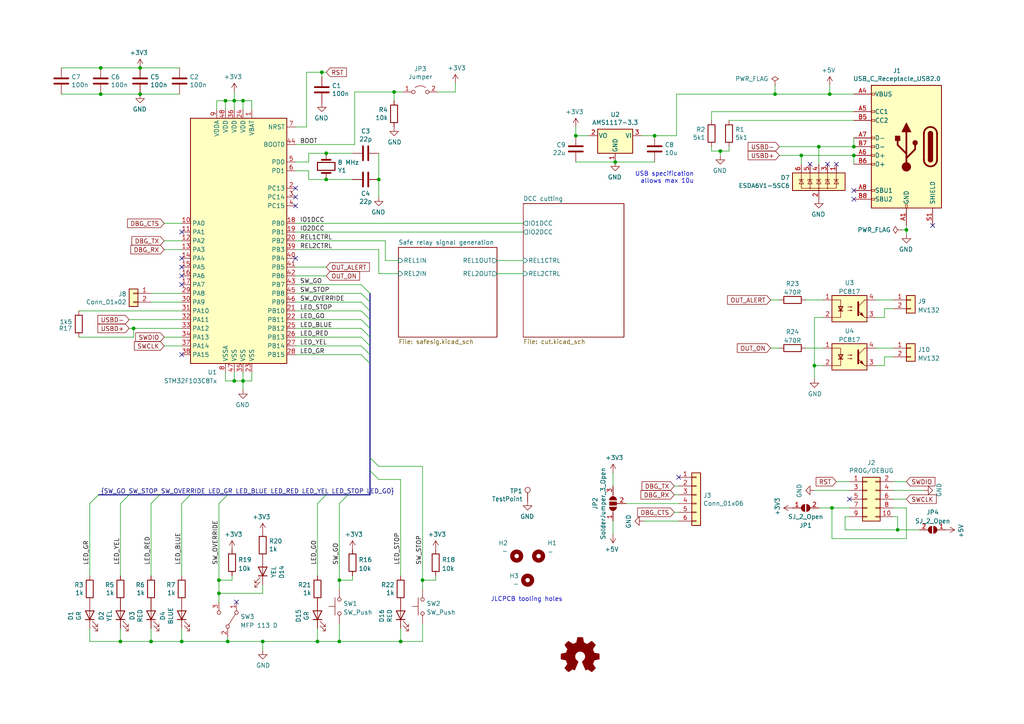
<source format=kicad_sch>
(kicad_sch (version 20211123) (generator eeschema)
  (paper "A4")
  (title_block (title "DCC cutter DC-01 - overall schematics") (date "2023-01-22") (rev "1.0") (company "Model Railroader Club Brno I – KMŽ Brno I – https://kmz-brno.cz/") (comment 1 "Jan Horáček") (comment 2 "https://github.com/kmzbrnoI/dc01") (comment 3 "https://creativecommons.org/licenses/by-sa/4.0/") (comment 4 "Released under the Creative Commons Attribution-ShareAlike 4.0 License"))
  (junction (at 116.205 186.055))
  (junction (at 70.485 29.21))
  (junction (at 40.64 27.305))
  (junction (at 76.2 186.055))
  (junction (at 237.49 42.545))
  (junction (at 94.615 52.07))
  (junction (at 232.41 45.085))
  (junction (at 52.705 186.055))
  (junction (at 34.925 186.055))
  (junction (at 224.79 27.305))
  (junction (at 40.64 19.685))
  (junction (at 67.945 29.21))
  (junction (at 236.22 106.045))
  (junction (at 167.005 39.37))
  (junction (at 43.815 186.055))
  (junction (at 92.075 186.055))
  (junction (at 178.435 46.99))
  (junction (at 98.425 186.055))
  (junction (at 114.3 26.67))
  (junction (at 63.5 168.275))
  (junction (at 29.21 27.305))
  (junction (at 260.35 153.67))
  (junction (at 65.405 29.21))
  (junction (at 63.5 172.085))
  (junction (at 66.04 186.055))
  (junction (at 241.3 147.32))
  (junction (at 262.89 66.675))
  (junction (at 247.65 42.545))
  (junction (at 109.855 52.07))
  (junction (at 98.425 168.275))
  (junction (at 93.345 20.955))
  (junction (at 208.915 43.815))
  (junction (at 240.665 27.305))
  (junction (at 94.615 44.45))
  (junction (at 29.21 19.685))
  (junction (at 247.65 45.085))
  (junction (at 38.735 95.25))
  (junction (at 70.485 110.49))
  (junction (at 122.555 168.275))
  (junction (at 189.865 39.37))
  (junction (at 67.945 110.49))
  (no_connect (at 85.725 59.69))
  (no_connect (at 52.705 67.31))
  (no_connect (at 85.725 54.61))
  (no_connect (at 242.57 47.625))
  (no_connect (at 85.725 57.15))
  (no_connect (at 52.705 102.87))
  (no_connect (at 247.65 57.785))
  (no_connect (at 52.705 74.93))
  (no_connect (at 240.03 47.625))
  (no_connect (at 52.705 77.47))
  (no_connect (at 234.95 47.625))
  (no_connect (at 246.38 144.78))
  (no_connect (at 270.51 65.405))
  (no_connect (at 247.65 55.245))
  (no_connect (at 68.58 174.625))
  (no_connect (at 52.705 82.55))
  (no_connect (at 85.725 74.93))
  (no_connect (at 196.85 138.43))
  (no_connect (at 52.705 80.01))
  (bus_entry (at 104.775 100.33) (size 2.54 2.54))
  (bus_entry (at 98.425 146.05) (size 2.54 -2.54))
  (bus_entry (at 92.075 146.05) (size 2.54 -2.54))
  (bus_entry (at 109.855 135.255) (size -2.54 -2.54))
  (bus_entry (at 109.855 139.065) (size -2.54 -2.54))
  (bus_entry (at 52.705 146.05) (size 2.54 -2.54))
  (bus_entry (at 43.815 146.05) (size 2.54 -2.54))
  (bus_entry (at 34.925 146.05) (size 2.54 -2.54))
  (bus_entry (at 104.775 102.87) (size 2.54 2.54))
  (bus_entry (at 104.775 82.55) (size 2.54 2.54))
  (bus_entry (at 107.315 92.71) (size -2.54 -2.54))
  (bus_entry (at 28.575 143.51) (size -2.54 2.54))
  (bus_entry (at 107.315 95.25) (size -2.54 -2.54))
  (bus_entry (at 104.775 85.09) (size 2.54 2.54))
  (bus_entry (at 63.5 146.05) (size 2.54 -2.54))
  (bus_entry (at 107.315 97.79) (size -2.54 -2.54))
  (bus_entry (at 104.775 87.63) (size 2.54 2.54))
  (bus_entry (at 104.775 97.79) (size 2.54 2.54))
  (wire (pts (xy 88.9 36.83) (xy 88.9 20.955)))
  (wire (pts (xy 65.405 29.21) (xy 65.405 31.75)))
  (wire (pts (xy 85.725 41.91) (xy 102.87 41.91)))
  (wire (pts (xy 245.11 153.67) (xy 245.11 149.86)))
  (wire (pts (xy 22.86 97.79) (xy 38.735 97.79)))
  (wire (pts (xy 17.78 27.305) (xy 29.21 27.305)))
  (wire (pts (xy 167.005 46.99) (xy 178.435 46.99)))
  (wire (pts (xy 92.075 186.055) (xy 98.425 186.055)))
  (wire (pts (xy 122.555 168.275) (xy 126.365 168.275)))
  (wire (pts (xy 226.06 42.545) (xy 237.49 42.545)))
  (wire (pts (xy 94.615 20.955) (xy 93.345 20.955)))
  (wire (pts (xy 34.925 182.245) (xy 34.925 186.055)))
  (wire (pts (xy 206.375 34.925) (xy 206.375 32.385)))
  (wire (pts (xy 67.945 29.21) (xy 65.405 29.21)))
  (wire (pts (xy 132.08 26.67) (xy 132.08 24.13)))
  (wire (pts (xy 122.555 180.975) (xy 122.555 186.055)))
  (wire (pts (xy 85.725 85.09) (xy 104.775 85.09)))
  (wire (pts (xy 43.815 146.05) (xy 43.815 167.005)))
  (wire (pts (xy 70.485 29.21) (xy 67.945 29.21)))
  (bus (pts (xy 107.315 102.87) (xy 107.315 105.41)))
  (wire (pts (xy 260.35 153.67) (xy 266.7 153.67)))
  (wire (pts (xy 261.62 66.675) (xy 262.89 66.675)))
  (wire (pts (xy 62.865 29.21) (xy 62.865 31.75)))
  (wire (pts (xy 94.615 52.07) (xy 89.535 52.07)))
  (wire (pts (xy 259.08 147.32) (xy 262.89 147.32)))
  (wire (pts (xy 208.915 43.815) (xy 206.375 43.815)))
  (wire (pts (xy 52.705 182.245) (xy 52.705 186.055)))
  (wire (pts (xy 122.555 168.275) (xy 122.555 170.815)))
  (bus (pts (xy 28.575 143.51) (xy 37.465 143.51)))
  (wire (pts (xy 63.5 172.085) (xy 76.2 172.085)))
  (wire (pts (xy 66.04 186.055) (xy 76.2 186.055)))
  (wire (pts (xy 98.425 168.275) (xy 98.425 170.815)))
  (bus (pts (xy 107.315 136.525) (xy 107.315 143.51)))
  (wire (pts (xy 186.055 39.37) (xy 189.865 39.37)))
  (wire (pts (xy 236.22 92.075) (xy 238.76 92.075)))
  (wire (pts (xy 226.06 45.085) (xy 232.41 45.085)))
  (wire (pts (xy 85.725 100.33) (xy 104.775 100.33)))
  (wire (pts (xy 246.38 139.7) (xy 242.57 139.7)))
  (wire (pts (xy 52.705 92.71) (xy 37.465 92.71)))
  (wire (pts (xy 240.665 27.305) (xy 247.65 27.305)))
  (wire (pts (xy 85.725 102.87) (xy 104.775 102.87)))
  (wire (pts (xy 73.025 29.21) (xy 70.485 29.21)))
  (wire (pts (xy 52.07 19.685) (xy 40.64 19.685)))
  (wire (pts (xy 256.54 89.535) (xy 259.08 89.535)))
  (wire (pts (xy 26.035 146.05) (xy 26.035 167.005)))
  (wire (pts (xy 237.49 42.545) (xy 237.49 47.625)))
  (bus (pts (xy 107.315 132.715) (xy 107.315 136.525)))
  (wire (pts (xy 254 100.965) (xy 259.08 100.965)))
  (wire (pts (xy 109.855 139.065) (xy 116.205 139.065)))
  (wire (pts (xy 76.2 186.055) (xy 76.2 188.595)))
  (wire (pts (xy 241.3 147.32) (xy 246.38 147.32)))
  (wire (pts (xy 89.535 52.07) (xy 89.535 49.53)))
  (wire (pts (xy 109.855 72.39) (xy 109.855 79.375)))
  (wire (pts (xy 196.85 140.97) (xy 195.58 140.97)))
  (bus (pts (xy 66.04 143.51) (xy 94.615 143.51)))
  (wire (pts (xy 85.725 72.39) (xy 109.855 72.39)))
  (wire (pts (xy 92.075 146.05) (xy 92.075 167.005)))
  (wire (pts (xy 85.725 64.77) (xy 151.765 64.77)))
  (wire (pts (xy 196.85 143.51) (xy 195.58 143.51)))
  (wire (pts (xy 233.68 100.965) (xy 238.76 100.965)))
  (wire (pts (xy 102.87 41.91) (xy 102.87 26.67)))
  (wire (pts (xy 126.365 167.005) (xy 126.365 168.275)))
  (wire (pts (xy 233.68 86.995) (xy 238.76 86.995)))
  (wire (pts (xy 70.485 110.49) (xy 67.945 110.49)))
  (wire (pts (xy 122.555 135.255) (xy 122.555 168.275)))
  (bus (pts (xy 100.965 143.51) (xy 107.315 143.51)))
  (wire (pts (xy 236.22 106.045) (xy 238.76 106.045)))
  (wire (pts (xy 76.2 169.545) (xy 76.2 172.085)))
  (wire (pts (xy 52.705 146.05) (xy 52.705 167.005)))
  (wire (pts (xy 181.61 146.05) (xy 196.85 146.05)))
  (bus (pts (xy 107.315 100.33) (xy 107.315 102.87)))
  (wire (pts (xy 240.665 27.305) (xy 240.665 24.765)))
  (wire (pts (xy 144.145 75.565) (xy 151.765 75.565)))
  (bus (pts (xy 107.315 97.79) (xy 107.315 95.25)))
  (wire (pts (xy 85.725 36.83) (xy 88.9 36.83)))
  (wire (pts (xy 236.22 106.045) (xy 236.22 92.075)))
  (wire (pts (xy 98.425 146.05) (xy 98.425 168.275)))
  (wire (pts (xy 241.3 147.32) (xy 237.49 147.32)))
  (wire (pts (xy 177.8 140.97) (xy 177.8 137.16)))
  (wire (pts (xy 170.815 39.37) (xy 167.005 39.37)))
  (wire (pts (xy 43.815 186.055) (xy 52.705 186.055)))
  (bus (pts (xy 107.315 92.71) (xy 107.315 95.25)))
  (wire (pts (xy 247.65 40.005) (xy 247.65 42.545)))
  (wire (pts (xy 223.52 100.965) (xy 226.06 100.965)))
  (wire (pts (xy 245.11 149.86) (xy 246.38 149.86)))
  (wire (pts (xy 111.76 75.565) (xy 111.76 69.85)))
  (wire (pts (xy 196.215 27.305) (xy 196.215 39.37)))
  (wire (pts (xy 85.725 97.79) (xy 104.775 97.79)))
  (wire (pts (xy 114.3 26.67) (xy 116.84 26.67)))
  (bus (pts (xy 107.315 87.63) (xy 107.315 90.17)))
  (wire (pts (xy 259.08 149.86) (xy 260.35 149.86)))
  (bus (pts (xy 107.315 90.17) (xy 107.315 92.71)))
  (wire (pts (xy 66.04 184.785) (xy 66.04 186.055)))
  (wire (pts (xy 89.535 49.53) (xy 85.725 49.53)))
  (wire (pts (xy 102.235 44.45) (xy 94.615 44.45)))
  (wire (pts (xy 85.725 82.55) (xy 104.775 82.55)))
  (wire (pts (xy 67.945 29.21) (xy 67.945 31.75)))
  (bus (pts (xy 37.465 143.51) (xy 46.355 143.51)))
  (wire (pts (xy 26.035 182.245) (xy 26.035 186.055)))
  (bus (pts (xy 94.615 143.51) (xy 100.965 143.51)))
  (wire (pts (xy 52.705 87.63) (xy 43.815 87.63)))
  (wire (pts (xy 109.855 44.45) (xy 109.855 52.07)))
  (wire (pts (xy 63.5 168.275) (xy 63.5 172.085)))
  (wire (pts (xy 70.485 113.03) (xy 70.485 110.49)))
  (wire (pts (xy 109.855 135.255) (xy 122.555 135.255)))
  (wire (pts (xy 259.08 144.78) (xy 262.89 144.78)))
  (wire (pts (xy 52.705 97.79) (xy 47.625 97.79)))
  (wire (pts (xy 144.145 79.375) (xy 151.765 79.375)))
  (wire (pts (xy 256.54 103.505) (xy 259.08 103.505)))
  (wire (pts (xy 37.465 95.25) (xy 38.735 95.25)))
  (wire (pts (xy 85.725 87.63) (xy 104.775 87.63)))
  (wire (pts (xy 67.31 167.005) (xy 67.31 168.275)))
  (wire (pts (xy 256.54 106.045) (xy 256.54 103.505)))
  (wire (pts (xy 34.925 186.055) (xy 43.815 186.055)))
  (wire (pts (xy 196.215 39.37) (xy 189.865 39.37)))
  (wire (pts (xy 189.865 46.99) (xy 178.435 46.99)))
  (wire (pts (xy 29.21 27.305) (xy 40.64 27.305)))
  (wire (pts (xy 245.11 153.67) (xy 260.35 153.67)))
  (wire (pts (xy 98.425 180.975) (xy 98.425 186.055)))
  (wire (pts (xy 52.705 72.39) (xy 47.625 72.39)))
  (wire (pts (xy 206.375 32.385) (xy 247.65 32.385)))
  (wire (pts (xy 195.58 148.59) (xy 196.85 148.59)))
  (wire (pts (xy 70.485 107.95) (xy 70.485 110.49)))
  (wire (pts (xy 85.725 92.71) (xy 104.775 92.71)))
  (wire (pts (xy 70.485 31.75) (xy 70.485 29.21)))
  (wire (pts (xy 186.69 151.13) (xy 196.85 151.13)))
  (wire (pts (xy 208.915 43.815) (xy 211.455 43.815)))
  (wire (pts (xy 262.89 65.405) (xy 262.89 66.675)))
  (wire (pts (xy 236.22 142.24) (xy 246.38 142.24)))
  (wire (pts (xy 40.64 19.685) (xy 29.21 19.685)))
  (wire (pts (xy 52.705 186.055) (xy 66.04 186.055)))
  (wire (pts (xy 34.925 186.055) (xy 26.035 186.055)))
  (wire (pts (xy 65.405 29.21) (xy 62.865 29.21)))
  (wire (pts (xy 29.21 19.685) (xy 17.78 19.685)))
  (wire (pts (xy 259.08 139.7) (xy 262.89 139.7)))
  (wire (pts (xy 236.22 109.855) (xy 236.22 106.045)))
  (wire (pts (xy 67.945 110.49) (xy 65.405 110.49)))
  (wire (pts (xy 52.07 27.305) (xy 40.64 27.305)))
  (wire (pts (xy 206.375 43.815) (xy 206.375 42.545)))
  (wire (pts (xy 94.615 44.45) (xy 89.535 44.45)))
  (bus (pts (xy 107.315 105.41) (xy 107.315 132.715)))
  (wire (pts (xy 177.8 154.94) (xy 177.8 151.13)))
  (wire (pts (xy 109.855 79.375) (xy 115.57 79.375)))
  (wire (pts (xy 98.425 168.275) (xy 102.235 168.275)))
  (wire (pts (xy 241.3 156.21) (xy 241.3 147.32)))
  (wire (pts (xy 85.725 90.17) (xy 104.775 90.17)))
  (wire (pts (xy 127 26.67) (xy 132.08 26.67)))
  (bus (pts (xy 107.315 97.79) (xy 107.315 100.33)))
  (wire (pts (xy 67.945 107.95) (xy 67.945 110.49)))
  (wire (pts (xy 116.205 139.065) (xy 116.205 167.005)))
  (wire (pts (xy 34.925 146.05) (xy 34.925 167.005)))
  (wire (pts (xy 247.65 42.545) (xy 237.49 42.545)))
  (wire (pts (xy 232.41 45.085) (xy 232.41 47.625)))
  (wire (pts (xy 52.705 64.77) (xy 47.625 64.77)))
  (bus (pts (xy 46.355 143.51) (xy 55.245 143.51)))
  (wire (pts (xy 85.725 80.01) (xy 94.615 80.01)))
  (wire (pts (xy 92.075 182.245) (xy 92.075 186.055)))
  (wire (pts (xy 63.5 146.05) (xy 63.5 168.275)))
  (wire (pts (xy 254 92.075) (xy 256.54 92.075)))
  (wire (pts (xy 267.97 142.24) (xy 259.08 142.24)))
  (wire (pts (xy 116.205 186.055) (xy 122.555 186.055)))
  (wire (pts (xy 52.705 100.33) (xy 47.625 100.33)))
  (wire (pts (xy 111.76 69.85) (xy 85.725 69.85)))
  (wire (pts (xy 89.535 46.99) (xy 89.535 44.45)))
  (wire (pts (xy 85.725 77.47) (xy 94.615 77.47)))
  (wire (pts (xy 85.725 67.31) (xy 151.765 67.31)))
  (bus (pts (xy 107.315 85.09) (xy 107.315 87.63)))
  (wire (pts (xy 208.915 45.085) (xy 208.915 43.815)))
  (wire (pts (xy 109.855 57.15) (xy 109.855 52.07)))
  (wire (pts (xy 52.705 69.85) (xy 47.625 69.85)))
  (wire (pts (xy 254 86.995) (xy 259.08 86.995)))
  (wire (pts (xy 65.405 110.49) (xy 65.405 107.95)))
  (wire (pts (xy 256.54 92.075) (xy 256.54 89.535)))
  (wire (pts (xy 262.89 66.675) (xy 262.89 67.945)))
  (wire (pts (xy 67.945 26.67) (xy 67.945 29.21)))
  (wire (pts (xy 223.52 86.995) (xy 226.06 86.995)))
  (wire (pts (xy 224.79 24.765) (xy 224.79 27.305)))
  (wire (pts (xy 38.735 97.79) (xy 38.735 95.25)))
  (wire (pts (xy 254 106.045) (xy 256.54 106.045)))
  (wire (pts (xy 247.65 45.085) (xy 247.65 47.625)))
  (wire (pts (xy 224.79 27.305) (xy 240.665 27.305)))
  (wire (pts (xy 73.025 110.49) (xy 70.485 110.49)))
  (wire (pts (xy 102.87 26.67) (xy 114.3 26.67)))
  (wire (pts (xy 88.9 20.955) (xy 93.345 20.955)))
  (wire (pts (xy 85.725 46.99) (xy 89.535 46.99)))
  (wire (pts (xy 73.025 107.95) (xy 73.025 110.49)))
  (wire (pts (xy 102.235 52.07) (xy 94.615 52.07)))
  (wire (pts (xy 38.735 95.25) (xy 52.705 95.25)))
  (wire (pts (xy 22.86 90.17) (xy 52.705 90.17)))
  (wire (pts (xy 98.425 186.055) (xy 116.205 186.055)))
  (wire (pts (xy 63.5 172.085) (xy 63.5 174.625)))
  (wire (pts (xy 52.705 85.09) (xy 43.815 85.09)))
  (wire (pts (xy 196.215 27.305) (xy 224.79 27.305)))
  (wire (pts (xy 93.345 22.225) (xy 93.345 20.955)))
  (wire (pts (xy 114.3 29.21) (xy 114.3 26.67)))
  (wire (pts (xy 115.57 75.565) (xy 111.76 75.565)))
  (wire (pts (xy 232.41 45.085) (xy 247.65 45.085)))
  (wire (pts (xy 167.005 36.83) (xy 167.005 39.37)))
  (wire (pts (xy 260.35 149.86) (xy 260.35 153.67)))
  (wire (pts (xy 85.725 95.25) (xy 104.775 95.25)))
  (wire (pts (xy 43.815 182.245) (xy 43.815 186.055)))
  (wire (pts (xy 116.205 182.245) (xy 116.205 186.055)))
  (wire (pts (xy 262.89 147.32) (xy 262.89 156.21)))
  (wire (pts (xy 211.455 34.925) (xy 247.65 34.925)))
  (wire (pts (xy 73.025 31.75) (xy 73.025 29.21)))
  (wire (pts (xy 262.89 156.21) (xy 241.3 156.21)))
  (bus (pts (xy 55.245 143.51) (xy 66.04 143.51)))
  (wire (pts (xy 211.455 43.815) (xy 211.455 42.545)))
  (wire (pts (xy 63.5 168.275) (xy 67.31 168.275)))
  (wire (pts (xy 76.2 186.055) (xy 92.075 186.055)))
  (wire (pts (xy 102.235 167.005) (xy 102.235 168.275)))
  (text "JLCPCB tooling holes" (at 163.195 174.625 180) (effects (font (size 1.27 1.27)) (justify right bottom)))
  (text "USB specification\nallows max 10u" (at 201.295 53.34 180) (effects (font (size 1.27 1.27)) (justify right bottom)))
  (label "IO1DCC" (at 86.995 64.77 0))
  (label "REL1CTRL" (at 86.995 69.85 0))
  (label "SW_OVERRIDE" (at 86.995 87.63 0))
  (label "SW_STOP" (at 122.555 163.83 90))
  (label "LED_YEL" (at 86.995 100.33 0))
  (label "SW_GO" (at 86.995 82.55 0))
  (label "LED_RED" (at 86.995 97.79 0))
  (label "REL2CTRL" (at 86.995 72.39 0))
  (label "LED_BLUE" (at 86.995 95.25 0))
  (label "LED_GO" (at 92.075 163.83 90))
  (label "SW_OVERRIDE" (at 63.5 163.83 90))
  (label "LED_YEL" (at 34.925 163.83 90))
  (label "LED_STOP" (at 86.995 90.17 0))
  (label "LED_GR" (at 86.995 102.87 0))
  (label "LED_GR" (at 26.035 163.83 90))
  (label "LED_BLUE" (at 52.705 163.83 90))
  (label "{SW_GO SW_STOP SW_OVERRIDE LED_GR LED_BLUE LED_RED LED_YEL LED_STOP LED_GO}" (at 29.21 143.51 0))
  (label "LED_STOP" (at 116.205 163.83 90))
  (label "LED_RED" (at 43.815 163.83 90))
  (label "SW_STOP" (at 86.995 85.09 0))
  (label "BOOT" (at 86.995 41.91 0))
  (label "IO2DCC" (at 86.995 67.31 0))
  (label "LED_GO" (at 86.995 92.71 0))
  (label "SW_GO" (at 98.425 163.83 90))
  (global_label "OUT_ALERT" (shape input) (at 94.615 77.47 0) (property "Intersheet References" "${INTERSHEET_REFS}" (effects hide)))
  (global_label "SWDIO" (shape input) (at 47.625 97.79 180) (property "Intersheet References" "${INTERSHEET_REFS}" (effects hide)))
  (global_label "RST" (shape input) (at 94.615 20.955 0) (property "Intersheet References" "${INTERSHEET_REFS}" (effects hide)))
  (global_label "DBG_RX" (shape input) (at 47.625 72.39 180) (property "Intersheet References" "${INTERSHEET_REFS}" (effects hide)))
  (global_label "USBD-" (shape input) (at 226.06 42.545 180) (property "Intersheet References" "${INTERSHEET_REFS}" (effects hide)))
  (global_label "DBG_TX" (shape input) (at 47.625 69.85 180) (property "Intersheet References" "${INTERSHEET_REFS}" (effects hide)))
  (global_label "SWDIO" (shape input) (at 262.89 139.7 0) (property "Intersheet References" "${INTERSHEET_REFS}" (effects hide)))
  (global_label "OUT_ON" (shape input) (at 94.615 80.01 0) (property "Intersheet References" "${INTERSHEET_REFS}" (effects hide)))
  (global_label "USBD-" (shape input) (at 37.465 92.71 180) (property "Intersheet References" "${INTERSHEET_REFS}" (effects hide)))
  (global_label "OUT_ALERT" (shape input) (at 223.52 86.995 180) (property "Intersheet References" "${INTERSHEET_REFS}" (effects hide)))
  (global_label "RST" (shape input) (at 242.57 139.7 180) (property "Intersheet References" "${INTERSHEET_REFS}" (effects hide)))
  (global_label "OUT_ON" (shape input) (at 223.52 100.965 180) (property "Intersheet References" "${INTERSHEET_REFS}" (effects hide)))
  (global_label "DBG_TX" (shape input) (at 195.58 140.97 180) (property "Intersheet References" "${INTERSHEET_REFS}" (effects hide)))
  (global_label "DBG_RX" (shape input) (at 195.58 143.51 180) (property "Intersheet References" "${INTERSHEET_REFS}" (effects hide)))
  (global_label "DBG_CTS" (shape input) (at 47.625 64.77 180) (property "Intersheet References" "${INTERSHEET_REFS}" (effects hide)))
  (global_label "USBD+" (shape input) (at 37.465 95.25 180) (property "Intersheet References" "${INTERSHEET_REFS}" (effects hide)))
  (global_label "SWCLK" (shape input) (at 47.625 100.33 180) (property "Intersheet References" "${INTERSHEET_REFS}" (effects hide)))
  (global_label "DBG_CTS" (shape input) (at 195.58 148.59 180) (property "Intersheet References" "${INTERSHEET_REFS}" (effects hide)))
  (global_label "SWCLK" (shape input) (at 262.89 144.78 0) (property "Intersheet References" "${INTERSHEET_REFS}" (effects hide)))
  (global_label "USBD+" (shape input) (at 226.06 45.085 180) (property "Intersheet References" "${INTERSHEET_REFS}" (effects hide)))
  (symbol (lib_id "Device:C") (at 189.865 43.18 180) (unit 1)
    (property "Reference" "C8" (at 192.786 42.0116 0) (effects (justify right)))
    (property "Value" "10u" (at 192.786 44.323 0) (effects (justify right)))
    (property "Footprint" "Capacitor_SMD:C_0805_2012Metric" (effects hide))
    (property "LCSC" "C15850" (effects hide))
  )
  (symbol (lib_id "Device:R") (at 211.455 38.735 180) (unit 1)
    (property "Reference" "R1" (at 213.233 37.5666 0) (effects (justify right)))
    (property "Value" "5k1" (at 213.233 39.878 0) (effects (justify right)))
    (property "Footprint" "Resistor_SMD:R_0805_2012Metric" (effects hide))
    (property "LCSC" "C27834" (effects hide))
  )
  (symbol (lib_id "power:GND") (at 262.89 67.945 0) (mirror y) (unit 1)
    (property "Reference" "#PWR05" (effects hide))
    (property "Value" "GND" (at 262.763 72.3392 0))
  )
  (symbol (lib_id "Connector:USB_C_Receptacle_USB2.0") (at 262.89 42.545 0) (mirror y) (unit 1)
    (property "Reference" "J1" (at 260.1722 20.5232 0))
    (property "Value" "USB_C_Receptacle_USB2.0" (at 260.1722 22.8346 0))
    (property "Footprint" "Connector_USB:USB_C_Receptacle_HRO_TYPE-C-31-M-12" (effects hide))
    (property "Datasheet" "https://www.usb.org/sites/default/files/documents/usb_type-c.zip" (effects hide))
    (property "LCSC" "C165948" (effects hide))
  )
  (symbol (lib_id "Device:R") (at 206.375 38.735 0) (mirror y) (unit 1)
    (property "Reference" "R2" (at 204.597 37.5666 0) (effects (justify left)))
    (property "Value" "5k1" (at 204.597 39.878 0) (effects (justify left)))
    (property "Footprint" "Resistor_SMD:R_0805_2012Metric" (effects hide))
    (property "LCSC" "C27834" (effects hide))
  )
  (symbol (lib_id "power:GND") (at 208.915 45.085 0) (mirror y) (unit 1)
    (property "Reference" "#PWR010" (effects hide))
    (property "Value" "GND" (at 208.788 49.4792 0))
  )
  (symbol (lib_id "MCU_ST_STM32F1:STM32F103C8Tx") (at 67.945 69.85 0) (mirror y) (unit 1)
    (property "Reference" "U1" (at 61.595 107.95 0))
    (property "Value" "STM32F103C8Tx" (at 55.245 110.49 0))
    (property "Footprint" "Package_QFP:LQFP-48_7x7mm_P0.5mm" (effects hide))
    (property "Datasheet" "http://www.st.com/st-web-ui/static/active/en/resource/technical/document/datasheet/CD00161566.pdf" (effects hide))
    (property "LCSC" "C8734" (effects hide))
    (property "JLCPCB_CORRECTION" "0;0;-90" (effects hide))
  )
  (symbol (lib_id "Regulator_Linear:AMS1117-3.3") (at 178.435 39.37 0) (mirror y) (unit 1)
    (property "Reference" "U2" (at 178.435 33.2232 0))
    (property "Value" "AMS1117-3.3" (at 178.435 35.5346 0))
    (property "Footprint" "Package_TO_SOT_SMD:SOT-223-3_TabPin2" (effects hide))
    (property "Datasheet" "http://www.advanced-monolithic.com/pdf/ds1117.pdf" (effects hide))
    (property "LCSC" "C6186" (effects hide))
    (property "JLCPCB_CORRECTION" "0;0;180" (effects hide))
  )
  (symbol (lib_id "Device:C") (at 17.78 23.495 180) (unit 1)
    (property "Reference" "C7" (at 20.701 22.3266 0) (effects (justify right)))
    (property "Value" "100n" (at 20.701 24.638 0) (effects (justify right)))
    (property "Footprint" "Capacitor_SMD:C_0805_2012Metric" (effects hide))
    (property "LCSC" "C49678" (effects hide))
  )
  (symbol (lib_id "power:+3V3") (at 167.005 36.83 0) (mirror y) (unit 1)
    (property "Reference" "#PWR013" (effects hide))
    (property "Value" "+3V3" (at 166.624 32.4358 0))
  )
  (symbol (lib_id "Device:C") (at 167.005 43.18 0) (mirror y) (unit 1)
    (property "Reference" "C9" (at 164.084 42.0116 0) (effects (justify left)))
    (property "Value" "22u" (at 164.084 44.323 0) (effects (justify left)))
    (property "Footprint" "Capacitor_SMD:C_0805_2012Metric" (effects hide))
    (property "LCSC" "C45783" (effects hide))
  )
  (symbol (lib_id "power:+5V") (at 240.665 24.765 0) (mirror y) (unit 1)
    (property "Reference" "#PWR06" (effects hide))
    (property "Value" "+5V" (at 240.284 20.3708 0))
  )
  (symbol (lib_id "power:GND") (at 178.435 46.99 0) (mirror y) (unit 1)
    (property "Reference" "#PWR012" (effects hide))
    (property "Value" "GND" (at 178.308 51.3842 0))
  )
  (symbol (lib_id "Jumper:SolderJumper_2_Open") (at 233.68 147.32 0) (unit 1)
    (property "Reference" "JP1" (at 233.68 152.4 0))
    (property "Value" "SJ_2_Open" (at 233.68 149.86 0))
    (property "Footprint" "Jumper:SolderJumper-2_P1.3mm_Open_RoundedPad1.0x1.5mm" (effects hide))
    (property "JLCPCB_IGNORE" "true" (effects hide))
  )
  (symbol (lib_id "Connector_Generic:Conn_02x05_Odd_Even") (at 251.46 144.78 0) (unit 1)
    (property "Reference" "J2" (at 252.73 134.1882 0))
    (property "Value" "PROG/DEBUG" (at 252.73 136.4996 0))
    (property "Footprint" "Connector_PinHeader_2.54mm:PinHeader_2x05_P2.54mm_Vertical" (effects hide))
    (property "JLCPCB_IGNORE" "true" (effects hide))
  )
  (symbol (lib_id "Jumper:Jumper_2_Open") (at 121.92 26.67 0) (unit 1)
    (property "Reference" "JP3" (at 121.92 19.9644 0))
    (property "Value" "Jumper" (at 121.92 22.2758 0))
    (property "Footprint" "Connector_PinHeader_2.54mm:PinHeader_1x02_P2.54mm_Vertical" (effects hide))
    (property "JLCPCB_IGNORE" "true" (effects hide))
  )
  (symbol (lib_id "power:+3V3") (at 67.945 26.67 0) (mirror y) (unit 1)
    (property "Reference" "#PWR09" (effects hide))
    (property "Value" "+3V3" (at 67.564 22.2758 0))
  )
  (symbol (lib_id "power:GND") (at 70.485 113.03 0) (mirror y) (unit 1)
    (property "Reference" "#PWR08" (effects hide))
    (property "Value" "GND" (at 70.358 117.4242 0))
  )
  (symbol (lib_id "Device:R") (at 114.3 33.02 0) (mirror x) (unit 1)
    (property "Reference" "R4" (at 112.522 31.8516 0) (effects (justify right)))
    (property "Value" "10k" (at 112.522 34.163 0) (effects (justify right)))
    (property "Footprint" "Resistor_SMD:R_0805_2012Metric" (effects hide))
    (property "LCSC" "C17414" (effects hide))
  )
  (symbol (lib_id "power:GND") (at 114.3 36.83 0) (unit 1)
    (property "Reference" "#PWR016" (effects hide))
    (property "Value" "GND" (at 114.427 41.2242 0))
  )
  (symbol (lib_id "Device:Crystal") (at 94.615 48.26 270) (mirror x) (unit 1)
    (property "Reference" "Y1" (at 97.9424 49.4284 90) (effects (justify left)))
    (property "Value" "8 MHz" (at 97.9424 47.117 90) (effects (justify left)))
    (property "Footprint" "Crystal:Crystal_SMD_5032-2Pin_5.0x3.2mm" (effects hide))
    (property "LCSC" "C115962" (effects hide))
  )
  (symbol (lib_id "Device:C") (at 106.045 44.45 90) (mirror x) (unit 1)
    (property "Reference" "C3" (at 106.045 38.0492 90))
    (property "Value" "22p" (at 106.045 40.3606 90))
    (property "Footprint" "Capacitor_SMD:C_0805_2012Metric" (effects hide))
    (property "LCSC" "C1804" (effects hide))
  )
  (symbol (lib_id "Device:C") (at 106.045 52.07 270) (unit 1)
    (property "Reference" "C4" (at 106.045 56.134 90))
    (property "Value" "22p" (at 106.045 58.4454 90))
    (property "Footprint" "Capacitor_SMD:C_0805_2012Metric" (effects hide))
    (property "LCSC" "C1804" (effects hide))
  )
  (symbol (lib_id "power:GND") (at 236.22 142.24 270) (unit 1)
    (property "Reference" "#PWR017" (effects hide))
    (property "Value" "GND" (at 231.8258 142.367 0))
  )
  (symbol (lib_id "power:GND") (at 267.97 142.24 90) (unit 1)
    (property "Reference" "#PWR025" (effects hide))
    (property "Value" "GND" (at 272.3642 142.113 0))
  )
  (symbol (lib_id "power:+3V3") (at 132.08 24.13 0) (unit 1)
    (property "Reference" "#PWR023" (effects hide))
    (property "Value" "+3V3" (at 132.461 19.7358 0))
  )
  (symbol (lib_id "power:GND") (at 109.855 57.15 0) (mirror y) (unit 1)
    (property "Reference" "#PWR02" (effects hide))
    (property "Value" "GND" (at 109.728 61.5442 0))
  )
  (symbol (lib_id "power:+3V3") (at 229.87 147.32 90) (unit 1)
    (property "Reference" "#PWR015" (effects hide))
    (property "Value" "+3V3" (at 225.4758 146.939 0))
  )
  (symbol (lib_id "power:+3V3") (at 40.64 19.685 0) (mirror y) (unit 1)
    (property "Reference" "#PWR03" (effects hide))
    (property "Value" "+3V3" (at 40.259 15.2908 0))
  )
  (symbol (lib_id "power:GND") (at 40.64 27.305 0) (mirror y) (unit 1)
    (property "Reference" "#PWR04" (effects hide))
    (property "Value" "GND" (at 40.513 31.6992 0))
  )
  (symbol (lib_id "Device:C") (at 40.64 23.495 180) (unit 1)
    (property "Reference" "C5" (at 43.561 22.3266 0) (effects (justify right)))
    (property "Value" "100n" (at 43.561 24.638 0) (effects (justify right)))
    (property "Footprint" "Capacitor_SMD:C_0805_2012Metric" (effects hide))
    (property "LCSC" "C49678" (effects hide))
  )
  (symbol (lib_id "Jumper:SolderJumper_2_Open") (at 270.51 153.67 180) (unit 1)
    (property "Reference" "JP4" (at 270.51 148.59 0))
    (property "Value" "SJ_2_Open" (at 270.51 151.13 0))
    (property "Footprint" "Jumper:SolderJumper-2_P1.3mm_Open_RoundedPad1.0x1.5mm" (effects hide))
    (property "JLCPCB_IGNORE" "true" (effects hide))
  )
  (symbol (lib_id "Device:C") (at 52.07 23.495 180) (unit 1)
    (property "Reference" "C2" (at 54.991 22.3266 0) (effects (justify right)))
    (property "Value" "100n" (at 54.991 24.638 0) (effects (justify right)))
    (property "Footprint" "Capacitor_SMD:C_0805_2012Metric" (effects hide))
    (property "LCSC" "C49678" (effects hide))
  )
  (symbol (lib_id "Device:C") (at 29.21 23.495 180) (unit 1)
    (property "Reference" "C6" (at 32.131 22.3266 0) (effects (justify right)))
    (property "Value" "100n" (at 32.131 24.638 0) (effects (justify right)))
    (property "Footprint" "Capacitor_SMD:C_0805_2012Metric" (effects hide))
    (property "LCSC" "C49678" (effects hide))
  )
  (symbol (lib_id "power:+5V") (at 274.32 153.67 270) (unit 1)
    (property "Reference" "#PWR026" (effects hide))
    (property "Value" "+5V" (at 278.7142 154.051 0))
  )
  (symbol (lib_id "power:PWR_FLAG") (at 261.62 66.675 90) (mirror x) (unit 1)
    (property "Reference" "#FLG01" (effects hide))
    (property "Value" "PWR_FLAG" (at 258.3688 66.675 90) (effects (justify left)))
  )
  (symbol (lib_id "power:PWR_FLAG") (at 224.79 24.765 0) (mirror y) (unit 1)
    (property "Reference" "#FLG02" (effects hide))
    (property "Value" "PWR_FLAG" (at 222.885 22.86 0) (effects (justify left)))
  )
  (symbol (lib_id "Device:C") (at 93.345 26.035 180) (unit 1)
    (property "Reference" "C1" (at 96.266 24.8666 0) (effects (justify right)))
    (property "Value" "100n" (at 96.266 27.178 0) (effects (justify right)))
    (property "Footprint" "Capacitor_SMD:C_0805_2012Metric" (effects hide))
    (property "LCSC" "C49678" (effects hide))
  )
  (symbol (lib_id "power:GND") (at 93.345 29.845 0) (mirror y) (unit 1)
    (property "Reference" "#PWR01" (effects hide))
    (property "Value" "GND" (at 93.218 34.2392 0))
  )
  (symbol (lib_id "power:GND") (at 186.69 151.13 270) (unit 1)
    (property "Reference" "#PWR022" (effects hide))
    (property "Value" "GND" (at 182.2958 151.257 0))
  )
  (symbol (lib_id "Connector_Generic:Conn_01x06") (at 201.93 143.51 0) (unit 1)
    (property "Reference" "J3" (at 203.962 143.7132 0) (effects (justify left)))
    (property "Value" "Conn_01x06" (at 203.962 146.0246 0) (effects (justify left)))
    (property "Footprint" "Connector_PinHeader_2.54mm:PinHeader_1x06_P2.54mm_Vertical" (effects hide))
    (property "JLCPCB_IGNORE" "true" (effects hide))
  )
  (symbol (lib_id "Power_Protection:ESDA6V1-5SC6") (at 237.49 52.705 0) (mirror y) (unit 1)
    (property "Reference" "D7" (at 229.108 51.5366 0) (effects (justify left)))
    (property "Value" "ESDA6V1-5SC6" (at 229.108 53.848 0) (effects (justify left)))
    (property "Footprint" "Package_TO_SOT_SMD:SOT-23-6" (effects hide))
    (property "Datasheet" "www.st.com/resource/en/datasheet/esda6v1-5sc6.pdf" (effects hide))
    (property "LCSC" "C6650" (effects hide))
    (property "JLCPCB_CORRECTION" "0;0;180" (effects hide))
  )
  (symbol (lib_id "power:GND") (at 237.49 57.785 0) (mirror y) (unit 1)
    (property "Reference" "#PWR0103" (effects hide))
    (property "Value" "GND" (at 237.363 62.1792 0))
  )
  (symbol (lib_id "Jumper:SolderJumper_3_Open") (at 177.8 146.05 90) (unit 1)
    (property "Reference" "JP2" (at 172.593 146.05 0))
    (property "Value" "SolderJumper_3_Open" (at 174.9044 146.05 0))
    (property "Footprint" "Jumper:SolderJumper-3_P1.3mm_Open_RoundedPad1.0x1.5mm_NumberLabels" (effects hide))
    (property "JLCPCB_IGNORE" "true" (effects hide))
  )
  (symbol (lib_id "power:+3V3") (at 177.8 137.16 0) (unit 1)
    (property "Reference" "#PWR019" (effects hide))
    (property "Value" "+3V3" (at 178.181 132.7658 0))
  )
  (symbol (lib_id "power:+5V") (at 177.8 154.94 180) (unit 1)
    (property "Reference" "#PWR020" (effects hide))
    (property "Value" "+5V" (at 177.419 159.3342 0))
  )
  (symbol (lib_id "Device:LED") (at 52.705 178.435 90) (unit 1)
    (property "Reference" "D4" (at 47.1932 178.6128 0))
    (property "Value" "BLUE" (at 49.5046 178.6128 0))
    (property "Footprint" "LED_SMD:LED_0805_2012Metric" (effects hide))
    (property "LCSC" "C2293" (effects hide))
  )
  (symbol (lib_id "Device:LED") (at 43.815 178.435 90) (unit 1)
    (property "Reference" "D3" (at 38.3032 178.6128 0))
    (property "Value" "RED" (at 40.6146 178.6128 0))
    (property "Footprint" "LED_SMD:LED_0805_2012Metric" (effects hide))
    (property "LCSC" "C84256" (effects hide))
  )
  (symbol (lib_id "Device:LED") (at 34.925 178.435 90) (unit 1)
    (property "Reference" "D2" (at 29.4132 178.6128 0))
    (property "Value" "YEL" (at 31.7246 178.6128 0))
    (property "Footprint" "LED_SMD:LED_0805_2012Metric" (effects hide))
    (property "LCSC" "C2296" (effects hide))
  )
  (symbol (lib_id "Device:LED") (at 26.035 178.435 90) (unit 1)
    (property "Reference" "D1" (at 20.5232 178.6128 0))
    (property "Value" "GR" (at 22.8346 178.6128 0))
    (property "Footprint" "LED_SMD:LED_0805_2012Metric" (effects hide))
    (property "LCSC" "C2297" (effects hide))
  )
  (symbol (lib_id "Connector:TestPoint") (at 153.035 145.415 0) (mirror y) (unit 1)
    (property "Reference" "TP1" (at 151.5618 142.4178 0) (effects (justify left)))
    (property "Value" "TestPoint" (at 151.5618 144.7292 0) (effects (justify left)))
    (property "Footprint" "TestPoint:TestPoint_Loop_D3.50mm_Drill1.4mm_Beaded" (effects hide))
    (property "JLCPCB_IGNORE" "true" (effects hide))
  )
  (symbol (lib_id "power:GND") (at 153.035 145.415 0) (mirror y) (unit 1)
    (property "Reference" "#PWR0104" (effects hide))
    (property "Value" "GND" (at 152.908 149.8092 0))
  )
  (symbol (lib_id "power:GND") (at 76.2 188.595 0) (unit 1)
    (property "Reference" "#PWR014" (effects hide))
    (property "Value" "GND" (at 76.327 192.9892 0))
  )
  (symbol (lib_id "Connector_Generic:Conn_01x02") (at 38.735 85.09 0) (mirror y) (unit 1)
    (property "Reference" "J8" (at 36.703 85.2932 0) (effects (justify left)))
    (property "Value" "Conn_01x02" (at 36.703 87.6046 0) (effects (justify left)))
    (property "Footprint" "Connector_PinHeader_2.54mm:PinHeader_1x02_P2.54mm_Vertical" (effects hide))
    (property "JLCPCB_IGNORE" "true" (effects hide))
  )
  (symbol (lib_id "Device:R") (at 22.86 93.98 180) (unit 1)
    (property "Reference" "R17" (at 20.955 95.25 0) (effects (justify left)))
    (property "Value" "1k5" (at 20.955 93.345 0) (effects (justify left)))
    (property "Footprint" "Resistor_SMD:R_0805_2012Metric" (effects hide))
    (property "LCSC" "C4310" (effects hide))
  )
  (symbol (lib_id "Device:R") (at 26.035 170.815 0) (mirror x) (unit 1)
    (property "Reference" "R3" (at 24.257 169.6466 0) (effects (justify right)))
    (property "Value" "1k" (at 24.257 171.958 0) (effects (justify right)))
    (property "Footprint" "Resistor_SMD:R_0805_2012Metric" (effects hide))
    (property "LCSC" "C17513" (effects hide))
  )
  (symbol (lib_id "Device:R") (at 34.925 170.815 0) (mirror x) (unit 1)
    (property "Reference" "R5" (at 33.147 169.6466 0) (effects (justify right)))
    (property "Value" "1k" (at 33.147 171.958 0) (effects (justify right)))
    (property "Footprint" "Resistor_SMD:R_0805_2012Metric" (effects hide))
    (property "LCSC" "C17513" (effects hide))
  )
  (symbol (lib_id "Device:R") (at 43.815 170.815 0) (mirror x) (unit 1)
    (property "Reference" "R6" (at 42.037 169.6466 0) (effects (justify right)))
    (property "Value" "1k" (at 42.037 171.958 0) (effects (justify right)))
    (property "Footprint" "Resistor_SMD:R_0805_2012Metric" (effects hide))
    (property "LCSC" "C17513" (effects hide))
  )
  (symbol (lib_id "Device:R") (at 52.705 170.815 0) (mirror x) (unit 1)
    (property "Reference" "R7" (at 50.927 169.6466 0) (effects (justify right)))
    (property "Value" "1k" (at 50.927 171.958 0) (effects (justify right)))
    (property "Footprint" "Resistor_SMD:R_0805_2012Metric" (effects hide))
    (property "LCSC" "C17513" (effects hide))
  )
  (symbol (lib_id "Mechanical:MountingHole") (at 149.86 161.29 0) (mirror y) (unit 1)
    (property "Reference" "H2" (at 147.32 157.5054 0) (effects (justify left)))
    (property "Value" "-" (at 147.32 159.8168 0) (effects (justify left)))
    (property "Footprint" "jlcpcb_tooling_holes:jlcpcb_tooling_holes" (effects hide))
    (property "JLCPCB_IGNORE" "true" (effects hide))
  )
  (symbol (lib_id "Mechanical:MountingHole") (at 156.21 161.29 0) (unit 1)
    (property "Reference" "H1" (at 158.75 157.48 0) (effects (justify left)))
    (property "Value" "-" (at 158.75 160.02 0) (effects (justify left)))
    (property "Footprint" "jlcpcb_tooling_holes:jlcpcb_tooling_holes" (effects hide))
    (property "JLCPCB_IGNORE" "true" (effects hide))
  )
  (symbol (lib_id "Mechanical:MountingHole") (at 153.035 168.275 0) (mirror y) (unit 1)
    (property "Reference" "H3" (at 150.495 167.0304 0) (effects (justify left)))
    (property "Value" "-" (at 150.495 169.3418 0) (effects (justify left)))
    (property "Footprint" "jlcpcb_tooling_holes:jlcpcb_tooling_holes" (effects hide))
    (property "JLCPCB_IGNORE" "true" (effects hide))
  )
  (symbol (lib_id "Connector_Generic:Conn_01x02") (at 264.16 86.995 0) (unit 1)
    (property "Reference" "J9" (at 266.192 87.4303 0) (effects (justify left)))
    (property "Value" "MV132" (at 266.192 89.9672 0) (effects (justify left)))
    (property "Footprint" "TerminalBlock_4Ucon:TerminalBlock_4Ucon_1x02_P3.50mm_Horizontal" (effects hide))
    (property "JLCPCB_IGNORE" "true" (effects hide))
  )
  (symbol (lib_id "Device:R") (at 229.87 100.965 90) (unit 1)
    (property "Reference" "R24" (at 229.87 96.2492 90))
    (property "Value" "470R" (at 229.87 98.7861 90))
    (property "Footprint" "Resistor_SMD:R_0805_2012Metric" (effects hide))
    (property "LCSC" "C17710" (effects hide))
  )
  (symbol (lib_id "Device:R") (at 76.2 158.115 180) (unit 1)
    (property "Reference" "R20" (at 77.978 156.9466 0) (effects (justify right)))
    (property "Value" "1k" (at 77.978 159.258 0) (effects (justify right)))
    (property "Footprint" "Resistor_SMD:R_0805_2012Metric" (effects hide))
    (property "LCSC" "C17513" (effects hide))
  )
  (symbol (lib_id "Switch:SW_Push") (at 122.555 175.895 90) (unit 1)
    (property "Reference" "SW2" (at 123.698 175.0603 90) (effects (justify right)))
    (property "Value" "SW_Push" (at 123.698 177.5972 90) (effects (justify right)))
    (property "Footprint" "Button_Switch_THT:SW_PUSH_6mm_H4.3mm" (effects hide))
    (property "JLCPCB_IGNORE" "true" (effects hide))
  )
  (symbol (lib_id "power:+3V3") (at 76.2 154.305 0) (mirror y) (unit 1)
    (property "Reference" "#PWR037" (effects hide))
    (property "Value" "+3V3" (at 75.819 149.9108 0))
  )
  (symbol (lib_id "Connector_Generic:Conn_01x02") (at 264.16 100.965 0) (unit 1)
    (property "Reference" "J10" (at 266.192 101.4003 0) (effects (justify left)))
    (property "Value" "MV132" (at 266.192 103.9372 0) (effects (justify left)))
    (property "Footprint" "TerminalBlock_4Ucon:TerminalBlock_4Ucon_1x02_P3.50mm_Horizontal" (effects hide))
    (property "JLCPCB_IGNORE" "true" (effects hide))
  )
  (symbol (lib_id "Isolator:PC817") (at 246.38 103.505 0) (unit 1)
    (property "Reference" "U4" (at 246.38 95.9952 0))
    (property "Value" "PC817" (at 246.38 98.5321 0))
    (property "Footprint" "Package_DIP:DIP-4_W8.89mm_SMDSocket_LongPads" (effects hide))
    (property "Datasheet" "http://www.soselectronic.cz/a_info/resource/d/pc817.pdf" (effects hide))
    (property "LCSC" "C106900" (effects hide))
  )
  (symbol (lib_id "power:+3V3") (at 102.235 159.385 0) (unit 1)
    (property "Reference" "#PWR0102" (effects hide))
    (property "Value" "+3V3" (at 102.616 154.9908 0))
  )
  (symbol (lib_id "Device:LED") (at 76.2 165.735 270) (mirror x) (unit 1)
    (property "Reference" "D14" (at 81.7118 165.9128 0))
    (property "Value" "YEL" (at 79.4004 165.9128 0))
    (property "Footprint" "LED_SMD:LED_0805_2012Metric" (effects hide))
    (property "LCSC" "C2296" (effects hide))
  )
  (symbol (lib_id "Device:R") (at 229.87 86.995 90) (unit 1)
    (property "Reference" "R23" (at 229.87 82.2792 90))
    (property "Value" "470R" (at 229.87 84.8161 90))
    (property "Footprint" "Resistor_SMD:R_0805_2012Metric" (effects hide))
    (property "LCSC" "C17710" (effects hide))
  )
  (symbol (lib_id "power:GND") (at 236.22 109.855 0) (unit 1)
    (property "Reference" "#PWR040" (effects hide))
    (property "Value" "GND" (at 236.347 114.2492 0))
  )
  (symbol (lib_id "Switch:SW_SPDT") (at 66.04 179.705 270) (mirror x) (unit 1)
    (property "Reference" "SW3" (at 69.723 178.8703 90) (effects (justify left)))
    (property "Value" "MFP 113 D" (at 69.723 181.4072 90) (effects (justify left)))
    (property "Footprint" "Button_Switch_THT:SW_Slide_1P2T_CK_OS102011MS2Q" (effects hide))
    (property "JLCPCB_IGNORE" "true" (effects hide))
  )
  (symbol (lib_id "Device:R") (at 126.365 163.195 180) (unit 1)
    (property "Reference" "R18" (at 128.143 162.3603 0) (effects (justify right)))
    (property "Value" "10k" (at 128.143 164.8972 0) (effects (justify right)))
    (property "Footprint" "Resistor_SMD:R_0805_2012Metric" (effects hide))
    (property "LCSC" "C17414" (effects hide))
  )
  (symbol (lib_id "Switch:SW_Push") (at 98.425 175.895 90) (unit 1)
    (property "Reference" "SW1" (at 99.568 175.0603 90) (effects (justify right)))
    (property "Value" "SW_Push" (at 99.568 177.5972 90) (effects (justify right)))
    (property "Footprint" "Button_Switch_THT:SW_PUSH_6mm_H4.3mm" (effects hide))
    (property "JLCPCB_IGNORE" "true" (effects hide))
  )
  (symbol (lib_id "Device:LED") (at 116.205 178.435 90) (unit 1)
    (property "Reference" "D16" (at 110.6932 178.6128 0))
    (property "Value" "RED" (at 113.0046 178.6128 0))
    (property "Footprint" "LED_SMD:LED_0805_2012Metric" (effects hide))
    (property "LCSC" "C84256" (effects hide))
  )
  (symbol (lib_id "Isolator:PC817") (at 246.38 89.535 0) (unit 1)
    (property "Reference" "U3" (at 246.38 82.0252 0))
    (property "Value" "PC817" (at 246.38 84.5621 0))
    (property "Footprint" "Package_DIP:DIP-4_W8.89mm_SMDSocket_LongPads" (effects hide))
    (property "Datasheet" "http://www.soselectronic.cz/a_info/resource/d/pc817.pdf" (effects hide))
    (property "LCSC" "C106900" (effects hide))
  )
  (symbol (lib_id "Device:R") (at 92.075 170.815 0) (mirror x) (unit 1)
    (property "Reference" "R21" (at 90.297 169.6466 0) (effects (justify right)))
    (property "Value" "1k" (at 90.297 171.958 0) (effects (justify right)))
    (property "Footprint" "Resistor_SMD:R_0805_2012Metric" (effects hide))
    (property "LCSC" "C17513" (effects hide))
  )
  (symbol (lib_id "power:+3V3") (at 67.31 159.385 0) (unit 1)
    (property "Reference" "#PWR035" (effects hide))
    (property "Value" "+3V3" (at 67.691 154.9908 0))
  )
  (symbol (lib_id "Device:R") (at 116.205 170.815 0) (mirror x) (unit 1)
    (property "Reference" "R22" (at 114.427 169.6466 0) (effects (justify right)))
    (property "Value" "1k" (at 114.427 171.958 0) (effects (justify right)))
    (property "Footprint" "Resistor_SMD:R_0805_2012Metric" (effects hide))
    (property "LCSC" "C17513" (effects hide))
  )
  (symbol (lib_id "Device:LED") (at 92.075 178.435 90) (unit 1)
    (property "Reference" "D15" (at 86.5632 178.6128 0))
    (property "Value" "GR" (at 88.8746 178.6128 0))
    (property "Footprint" "LED_SMD:LED_0805_2012Metric" (effects hide))
    (property "LCSC" "C2297" (effects hide))
  )
  (symbol (lib_id "Device:R") (at 67.31 163.195 180) (unit 1)
    (property "Reference" "R19" (at 69.088 162.3603 0) (effects (justify right)))
    (property "Value" "10k" (at 69.088 164.8972 0) (effects (justify right)))
    (property "Footprint" "Resistor_SMD:R_0805_2012Metric" (effects hide))
    (property "LCSC" "C17414" (effects hide))
  )
  (symbol (lib_id "Graphic:Logo_Open_Hardware_Small") (at 168.275 190.5 0) (unit 1)
    (property "Reference" "#LOGO1" (effects hide))
    (property "Value" "Logo_Open_Hardware_Small" (effects hide))
  )
  (symbol (lib_id "power:+3V3") (at 126.365 159.385 0) (unit 1)
    (property "Reference" "#PWR0105" (effects hide))
    (property "Value" "+3V3" (at 126.746 154.9908 0))
  )
  (symbol (lib_id "Device:R") (at 102.235 163.195 180) (unit 1)
    (property "Reference" "R16" (at 104.013 162.3603 0) (effects (justify right)))
    (property "Value" "10k" (at 104.013 164.8972 0) (effects (justify right)))
    (property "Footprint" "Resistor_SMD:R_0805_2012Metric" (effects hide))
    (property "LCSC" "C17414" (effects hide))
  )
  (sheet (at 115.57 71.755) (size 28.575 26.035) (stroke (width 0.1524))
    (property "Sheet name" "Safe relay signal generation" (at 115.57 71.0434 0) (effects (justify left bottom)))
    (property "Sheet file" "safesig.kicad_sch" (at 115.57 98.3746 0) (effects (justify left top)))
    (pin "REL2OUT" output (at 144.145 79.375 0))
    (pin "REL1OUT" output (at 144.145 75.565 0))
    (pin "REL2IN" input (at 115.57 79.375 180))
    (pin "REL1IN" input (at 115.57 75.565 180))
  )
  (sheet (at 151.765 59.055) (size 29.21 38.735) (stroke (width 0.1524))
    (property "Sheet name" "DCC cutting" (at 151.765 58.3434 0) (effects (justify left bottom)))
    (property "Sheet file" "cut.kicad_sch" (at 151.765 98.3746 0) (effects (justify left top)))
    (pin "IO2DCC" output (at 151.765 67.31 180))
    (pin "REL1CTRL" input (at 151.765 75.565 180))
    (pin "IO1DCC" output (at 151.765 64.77 180))
    (pin "REL2CTRL" input (at 151.765 79.375 180))
  )
)
</source>
